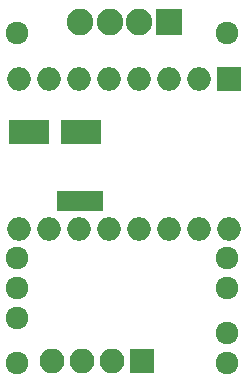
<source format=gts>
G04 #@! TF.FileFunction,Soldermask,Top*
%FSLAX46Y46*%
G04 Gerber Fmt 4.6, Leading zero omitted, Abs format (unit mm)*
G04 Created by KiCad (PCBNEW 4.0.6+dfsg1-1) date Mon Feb 26 15:58:45 2018*
%MOMM*%
%LPD*%
G01*
G04 APERTURE LIST*
%ADD10C,0.100000*%
%ADD11R,2.000000X2.000000*%
%ADD12O,2.000000X2.000000*%
%ADD13R,3.400000X2.000000*%
%ADD14R,2.250000X2.250000*%
%ADD15C,2.250000*%
%ADD16R,2.100000X2.100000*%
%ADD17O,2.100000X2.100000*%
%ADD18R,1.370000X1.670000*%
%ADD19C,1.924000*%
%ADD20C,0.500000*%
G04 APERTURE END LIST*
D10*
D11*
X19121120Y25476200D03*
D12*
X1341120Y12776200D03*
X16581120Y25476200D03*
X3881120Y12776200D03*
X14041120Y25476200D03*
X6421120Y12776200D03*
X11501120Y25476200D03*
X8961120Y12776200D03*
X8961120Y25476200D03*
X11501120Y12776200D03*
X6421120Y25476200D03*
X14041120Y12776200D03*
X3881120Y25476200D03*
X16581120Y12776200D03*
X1341120Y25476200D03*
X19121120Y12776200D03*
D13*
X2189120Y21031200D03*
X6589120Y21031200D03*
D14*
X14041120Y30302200D03*
D15*
X11541120Y30302200D03*
X9041120Y30302200D03*
X6541120Y30302200D03*
D16*
X11755120Y1600200D03*
D17*
X9215120Y1600200D03*
X6675120Y1600200D03*
X4135120Y1600200D03*
D18*
X7818120Y15189200D03*
X6548120Y15189200D03*
X5278120Y15189200D03*
D19*
X18994120Y1473200D03*
X18994120Y4013200D03*
X18994120Y7823200D03*
X18994120Y10363200D03*
X1214120Y1473200D03*
X1214120Y29413200D03*
X18994120Y29413200D03*
X1214120Y5283200D03*
X1214120Y7823200D03*
X1214120Y10363200D03*
D20*
X1214120Y12903200D03*
M02*

</source>
